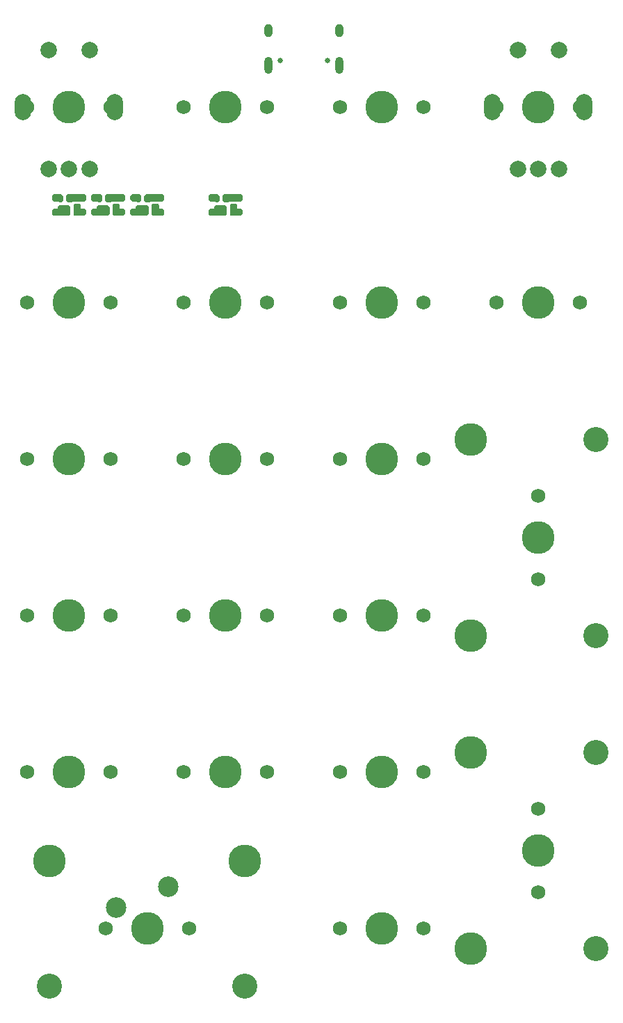
<source format=gbr>
%TF.GenerationSoftware,KiCad,Pcbnew,(5.1.10)-1*%
%TF.CreationDate,2021-08-07T17:21:30+07:00*%
%TF.ProjectId,numbowl,6e756d62-6f77-46c2-9e6b-696361645f70,rev?*%
%TF.SameCoordinates,Original*%
%TF.FileFunction,Soldermask,Top*%
%TF.FilePolarity,Negative*%
%FSLAX46Y46*%
G04 Gerber Fmt 4.6, Leading zero omitted, Abs format (unit mm)*
G04 Created by KiCad (PCBNEW (5.1.10)-1) date 2021-08-07 17:21:30*
%MOMM*%
%LPD*%
G01*
G04 APERTURE LIST*
%ADD10C,3.987800*%
%ADD11C,1.750000*%
%ADD12C,3.048000*%
%ADD13C,2.000000*%
%ADD14O,2.000000X3.200000*%
%ADD15C,2.500000*%
%ADD16O,1.000000X1.600000*%
%ADD17O,1.000000X2.100000*%
%ADD18C,0.650000*%
G04 APERTURE END LIST*
D10*
%TO.C,MX13*%
X247650000Y-104775000D03*
D11*
X247650000Y-99695000D03*
X247650000Y-109855000D03*
D12*
X254635000Y-92868750D03*
X254635000Y-116681250D03*
D10*
X239395000Y-92868750D03*
X239395000Y-116681250D03*
%TD*%
D13*
%TO.C,SW3*%
X245150000Y-59887510D03*
X247650000Y-59887510D03*
X250150000Y-59887510D03*
D14*
X242050000Y-52387510D03*
X253250000Y-52387510D03*
D13*
X245150000Y-45387510D03*
X250150000Y-45387510D03*
%TD*%
D11*
%TO.C,MX27*%
X233680192Y-52387546D03*
X223520192Y-52387546D03*
D10*
X228600192Y-52387546D03*
%TD*%
D11*
%TO.C,MX26*%
X214630176Y-52387546D03*
X204470176Y-52387546D03*
D10*
X209550176Y-52387546D03*
%TD*%
D15*
%TO.C,MX25*%
X202565000Y-147320000D03*
D10*
X200025000Y-152400000D03*
D15*
X196215000Y-149860000D03*
D11*
X194945000Y-152400000D03*
X205105000Y-152400000D03*
D12*
X188118750Y-159385000D03*
X211931250Y-159385000D03*
D10*
X188118750Y-144145000D03*
X211931250Y-144145000D03*
%TD*%
D11*
%TO.C,MX20*%
X252730000Y-76200000D03*
X242570000Y-76200000D03*
D10*
X247650000Y-76200000D03*
%TD*%
%TO.C,MX19*%
X247650000Y-142875000D03*
D11*
X247650000Y-137795000D03*
X247650000Y-147955000D03*
D12*
X254635000Y-130968750D03*
X254635000Y-154781250D03*
D10*
X239395000Y-130968750D03*
X239395000Y-154781250D03*
%TD*%
D11*
%TO.C,MX18*%
X233680000Y-152400000D03*
X223520000Y-152400000D03*
D10*
X228600000Y-152400000D03*
%TD*%
D11*
%TO.C,MX17*%
X233680000Y-133350000D03*
X223520000Y-133350000D03*
D10*
X228600000Y-133350000D03*
%TD*%
D11*
%TO.C,MX16*%
X233680000Y-114300000D03*
X223520000Y-114300000D03*
D10*
X228600000Y-114300000D03*
%TD*%
D11*
%TO.C,MX15*%
X233680000Y-95250000D03*
X223520000Y-95250000D03*
D10*
X228600000Y-95250000D03*
%TD*%
D11*
%TO.C,MX14*%
X233680000Y-76200000D03*
X223520000Y-76200000D03*
D10*
X228600000Y-76200000D03*
%TD*%
D11*
%TO.C,MX11*%
X214630000Y-133350000D03*
X204470000Y-133350000D03*
D10*
X209550000Y-133350000D03*
%TD*%
D11*
%TO.C,MX10*%
X214630000Y-114300000D03*
X204470000Y-114300000D03*
D10*
X209550000Y-114300000D03*
%TD*%
D11*
%TO.C,MX9*%
X214630000Y-95250000D03*
X204470000Y-95250000D03*
D10*
X209550000Y-95250000D03*
%TD*%
D11*
%TO.C,MX8*%
X214630000Y-76200000D03*
X204470000Y-76200000D03*
D10*
X209550000Y-76200000D03*
%TD*%
D11*
%TO.C,MX7*%
X252730000Y-52387510D03*
X242570000Y-52387510D03*
D10*
X247650000Y-52387510D03*
%TD*%
D11*
%TO.C,MX5*%
X195580000Y-133350000D03*
X185420000Y-133350000D03*
D10*
X190500000Y-133350000D03*
%TD*%
D11*
%TO.C,MX4*%
X195580000Y-114300000D03*
X185420000Y-114300000D03*
D10*
X190500000Y-114300000D03*
%TD*%
D11*
%TO.C,MX3*%
X195580000Y-95250000D03*
X185420000Y-95250000D03*
D10*
X190500000Y-95250000D03*
%TD*%
D11*
%TO.C,MX2*%
X195580000Y-76200000D03*
X185420000Y-76200000D03*
D10*
X190500000Y-76200000D03*
%TD*%
D11*
%TO.C,MX1*%
X195580000Y-52387510D03*
X185420000Y-52387510D03*
D10*
X190500000Y-52387510D03*
%TD*%
%TO.C,F-RGB5*%
G36*
G01*
X211620880Y-64933170D02*
X211620880Y-65404870D01*
G75*
G02*
X211411730Y-65614020I-209150J0D01*
G01*
X210790030Y-65614020D01*
G75*
G02*
X210580880Y-65404870I0J209150D01*
G01*
X210580880Y-64933170D01*
G75*
G02*
X210790030Y-64724020I209150J0D01*
G01*
X211411730Y-64724020D01*
G75*
G02*
X211620880Y-64933170I0J-209150D01*
G01*
G37*
G36*
G01*
X211620880Y-63183170D02*
X211620880Y-63654870D01*
G75*
G02*
X211411730Y-63864020I-209150J0D01*
G01*
X210790030Y-63864020D01*
G75*
G02*
X210580880Y-63654870I0J209150D01*
G01*
X210580880Y-63183170D01*
G75*
G02*
X210790030Y-62974020I209150J0D01*
G01*
X211411730Y-62974020D01*
G75*
G02*
X211620880Y-63183170I0J-209150D01*
G01*
G37*
G36*
G01*
X208520880Y-63183170D02*
X208520880Y-63654870D01*
G75*
G02*
X208311730Y-63864020I-209150J0D01*
G01*
X207690030Y-63864020D01*
G75*
G02*
X207480880Y-63654870I0J209150D01*
G01*
X207480880Y-63183170D01*
G75*
G02*
X207690030Y-62974020I209150J0D01*
G01*
X208311730Y-62974020D01*
G75*
G02*
X208520880Y-63183170I0J-209150D01*
G01*
G37*
G36*
G01*
X208520880Y-64933170D02*
X208520880Y-65404870D01*
G75*
G02*
X208311730Y-65614020I-209150J0D01*
G01*
X207690030Y-65614020D01*
G75*
G02*
X207480880Y-65404870I0J209150D01*
G01*
X207480880Y-64933170D01*
G75*
G02*
X207690030Y-64724020I209150J0D01*
G01*
X208311730Y-64724020D01*
G75*
G02*
X208520880Y-64933170I0J-209150D01*
G01*
G37*
G36*
G01*
X210970880Y-64346520D02*
X210970880Y-65391520D01*
G75*
G02*
X210748380Y-65614020I-222500J0D01*
G01*
X210303380Y-65614020D01*
G75*
G02*
X210080880Y-65391520I0J222500D01*
G01*
X210080880Y-64346520D01*
G75*
G02*
X210303380Y-64124020I222500J0D01*
G01*
X210748380Y-64124020D01*
G75*
G02*
X210970880Y-64346520I0J-222500D01*
G01*
G37*
G36*
G01*
X211120880Y-62994020D02*
X211120880Y-63844020D01*
G75*
G02*
X211100880Y-63864020I-20000J0D01*
G01*
X209500880Y-63864020D01*
G75*
G02*
X209480880Y-63844020I0J20000D01*
G01*
X209480880Y-62994020D01*
G75*
G02*
X209500880Y-62974020I20000J0D01*
G01*
X211100880Y-62974020D01*
G75*
G02*
X211120880Y-62994020I0J-20000D01*
G01*
G37*
G36*
G01*
X208815880Y-63185850D02*
X208815880Y-63752190D01*
G75*
G02*
X208604050Y-63964020I-211830J0D01*
G01*
X208337710Y-63964020D01*
G75*
G02*
X208125880Y-63752190I0J211830D01*
G01*
X208125880Y-63185850D01*
G75*
G02*
X208337710Y-62974020I211830J0D01*
G01*
X208604050Y-62974020D01*
G75*
G02*
X208815880Y-63185850I0J-211830D01*
G01*
G37*
G36*
G01*
X209720880Y-64535420D02*
X209720880Y-65412620D01*
G75*
G02*
X209514480Y-65619020I-206400J0D01*
G01*
X208337280Y-65619020D01*
G75*
G02*
X208130880Y-65412620I0J206400D01*
G01*
X208130880Y-64535420D01*
G75*
G02*
X208337280Y-64329020I206400J0D01*
G01*
X209514480Y-64329020D01*
G75*
G02*
X209720880Y-64535420I0J-206400D01*
G01*
G37*
G36*
G01*
X210083380Y-63189045D02*
X210083380Y-63748995D01*
G75*
G02*
X209868355Y-63964020I-215025J0D01*
G01*
X209383405Y-63964020D01*
G75*
G02*
X209168380Y-63748995I0J215025D01*
G01*
X209168380Y-63189045D01*
G75*
G02*
X209383405Y-62974020I215025J0D01*
G01*
X209868355Y-62974020D01*
G75*
G02*
X210083380Y-63189045I0J-215025D01*
G01*
G37*
%TD*%
%TO.C,F-RGB3*%
G36*
G01*
X202095840Y-64933170D02*
X202095840Y-65404870D01*
G75*
G02*
X201886690Y-65614020I-209150J0D01*
G01*
X201264990Y-65614020D01*
G75*
G02*
X201055840Y-65404870I0J209150D01*
G01*
X201055840Y-64933170D01*
G75*
G02*
X201264990Y-64724020I209150J0D01*
G01*
X201886690Y-64724020D01*
G75*
G02*
X202095840Y-64933170I0J-209150D01*
G01*
G37*
G36*
G01*
X202095840Y-63183170D02*
X202095840Y-63654870D01*
G75*
G02*
X201886690Y-63864020I-209150J0D01*
G01*
X201264990Y-63864020D01*
G75*
G02*
X201055840Y-63654870I0J209150D01*
G01*
X201055840Y-63183170D01*
G75*
G02*
X201264990Y-62974020I209150J0D01*
G01*
X201886690Y-62974020D01*
G75*
G02*
X202095840Y-63183170I0J-209150D01*
G01*
G37*
G36*
G01*
X198995840Y-63183170D02*
X198995840Y-63654870D01*
G75*
G02*
X198786690Y-63864020I-209150J0D01*
G01*
X198164990Y-63864020D01*
G75*
G02*
X197955840Y-63654870I0J209150D01*
G01*
X197955840Y-63183170D01*
G75*
G02*
X198164990Y-62974020I209150J0D01*
G01*
X198786690Y-62974020D01*
G75*
G02*
X198995840Y-63183170I0J-209150D01*
G01*
G37*
G36*
G01*
X198995840Y-64933170D02*
X198995840Y-65404870D01*
G75*
G02*
X198786690Y-65614020I-209150J0D01*
G01*
X198164990Y-65614020D01*
G75*
G02*
X197955840Y-65404870I0J209150D01*
G01*
X197955840Y-64933170D01*
G75*
G02*
X198164990Y-64724020I209150J0D01*
G01*
X198786690Y-64724020D01*
G75*
G02*
X198995840Y-64933170I0J-209150D01*
G01*
G37*
G36*
G01*
X201445840Y-64346520D02*
X201445840Y-65391520D01*
G75*
G02*
X201223340Y-65614020I-222500J0D01*
G01*
X200778340Y-65614020D01*
G75*
G02*
X200555840Y-65391520I0J222500D01*
G01*
X200555840Y-64346520D01*
G75*
G02*
X200778340Y-64124020I222500J0D01*
G01*
X201223340Y-64124020D01*
G75*
G02*
X201445840Y-64346520I0J-222500D01*
G01*
G37*
G36*
G01*
X201595840Y-62994020D02*
X201595840Y-63844020D01*
G75*
G02*
X201575840Y-63864020I-20000J0D01*
G01*
X199975840Y-63864020D01*
G75*
G02*
X199955840Y-63844020I0J20000D01*
G01*
X199955840Y-62994020D01*
G75*
G02*
X199975840Y-62974020I20000J0D01*
G01*
X201575840Y-62974020D01*
G75*
G02*
X201595840Y-62994020I0J-20000D01*
G01*
G37*
G36*
G01*
X199290840Y-63185850D02*
X199290840Y-63752190D01*
G75*
G02*
X199079010Y-63964020I-211830J0D01*
G01*
X198812670Y-63964020D01*
G75*
G02*
X198600840Y-63752190I0J211830D01*
G01*
X198600840Y-63185850D01*
G75*
G02*
X198812670Y-62974020I211830J0D01*
G01*
X199079010Y-62974020D01*
G75*
G02*
X199290840Y-63185850I0J-211830D01*
G01*
G37*
G36*
G01*
X200195840Y-64535420D02*
X200195840Y-65412620D01*
G75*
G02*
X199989440Y-65619020I-206400J0D01*
G01*
X198812240Y-65619020D01*
G75*
G02*
X198605840Y-65412620I0J206400D01*
G01*
X198605840Y-64535420D01*
G75*
G02*
X198812240Y-64329020I206400J0D01*
G01*
X199989440Y-64329020D01*
G75*
G02*
X200195840Y-64535420I0J-206400D01*
G01*
G37*
G36*
G01*
X200558340Y-63189045D02*
X200558340Y-63748995D01*
G75*
G02*
X200343315Y-63964020I-215025J0D01*
G01*
X199858365Y-63964020D01*
G75*
G02*
X199643340Y-63748995I0J215025D01*
G01*
X199643340Y-63189045D01*
G75*
G02*
X199858365Y-62974020I215025J0D01*
G01*
X200343315Y-62974020D01*
G75*
G02*
X200558340Y-63189045I0J-215025D01*
G01*
G37*
%TD*%
%TO.C,F-RGB2*%
G36*
G01*
X197333320Y-64933170D02*
X197333320Y-65404870D01*
G75*
G02*
X197124170Y-65614020I-209150J0D01*
G01*
X196502470Y-65614020D01*
G75*
G02*
X196293320Y-65404870I0J209150D01*
G01*
X196293320Y-64933170D01*
G75*
G02*
X196502470Y-64724020I209150J0D01*
G01*
X197124170Y-64724020D01*
G75*
G02*
X197333320Y-64933170I0J-209150D01*
G01*
G37*
G36*
G01*
X197333320Y-63183170D02*
X197333320Y-63654870D01*
G75*
G02*
X197124170Y-63864020I-209150J0D01*
G01*
X196502470Y-63864020D01*
G75*
G02*
X196293320Y-63654870I0J209150D01*
G01*
X196293320Y-63183170D01*
G75*
G02*
X196502470Y-62974020I209150J0D01*
G01*
X197124170Y-62974020D01*
G75*
G02*
X197333320Y-63183170I0J-209150D01*
G01*
G37*
G36*
G01*
X194233320Y-63183170D02*
X194233320Y-63654870D01*
G75*
G02*
X194024170Y-63864020I-209150J0D01*
G01*
X193402470Y-63864020D01*
G75*
G02*
X193193320Y-63654870I0J209150D01*
G01*
X193193320Y-63183170D01*
G75*
G02*
X193402470Y-62974020I209150J0D01*
G01*
X194024170Y-62974020D01*
G75*
G02*
X194233320Y-63183170I0J-209150D01*
G01*
G37*
G36*
G01*
X194233320Y-64933170D02*
X194233320Y-65404870D01*
G75*
G02*
X194024170Y-65614020I-209150J0D01*
G01*
X193402470Y-65614020D01*
G75*
G02*
X193193320Y-65404870I0J209150D01*
G01*
X193193320Y-64933170D01*
G75*
G02*
X193402470Y-64724020I209150J0D01*
G01*
X194024170Y-64724020D01*
G75*
G02*
X194233320Y-64933170I0J-209150D01*
G01*
G37*
G36*
G01*
X196683320Y-64346520D02*
X196683320Y-65391520D01*
G75*
G02*
X196460820Y-65614020I-222500J0D01*
G01*
X196015820Y-65614020D01*
G75*
G02*
X195793320Y-65391520I0J222500D01*
G01*
X195793320Y-64346520D01*
G75*
G02*
X196015820Y-64124020I222500J0D01*
G01*
X196460820Y-64124020D01*
G75*
G02*
X196683320Y-64346520I0J-222500D01*
G01*
G37*
G36*
G01*
X196833320Y-62994020D02*
X196833320Y-63844020D01*
G75*
G02*
X196813320Y-63864020I-20000J0D01*
G01*
X195213320Y-63864020D01*
G75*
G02*
X195193320Y-63844020I0J20000D01*
G01*
X195193320Y-62994020D01*
G75*
G02*
X195213320Y-62974020I20000J0D01*
G01*
X196813320Y-62974020D01*
G75*
G02*
X196833320Y-62994020I0J-20000D01*
G01*
G37*
G36*
G01*
X194528320Y-63185850D02*
X194528320Y-63752190D01*
G75*
G02*
X194316490Y-63964020I-211830J0D01*
G01*
X194050150Y-63964020D01*
G75*
G02*
X193838320Y-63752190I0J211830D01*
G01*
X193838320Y-63185850D01*
G75*
G02*
X194050150Y-62974020I211830J0D01*
G01*
X194316490Y-62974020D01*
G75*
G02*
X194528320Y-63185850I0J-211830D01*
G01*
G37*
G36*
G01*
X195433320Y-64535420D02*
X195433320Y-65412620D01*
G75*
G02*
X195226920Y-65619020I-206400J0D01*
G01*
X194049720Y-65619020D01*
G75*
G02*
X193843320Y-65412620I0J206400D01*
G01*
X193843320Y-64535420D01*
G75*
G02*
X194049720Y-64329020I206400J0D01*
G01*
X195226920Y-64329020D01*
G75*
G02*
X195433320Y-64535420I0J-206400D01*
G01*
G37*
G36*
G01*
X195795820Y-63189045D02*
X195795820Y-63748995D01*
G75*
G02*
X195580795Y-63964020I-215025J0D01*
G01*
X195095845Y-63964020D01*
G75*
G02*
X194880820Y-63748995I0J215025D01*
G01*
X194880820Y-63189045D01*
G75*
G02*
X195095845Y-62974020I215025J0D01*
G01*
X195580795Y-62974020D01*
G75*
G02*
X195795820Y-63189045I0J-215025D01*
G01*
G37*
%TD*%
%TO.C,F-RGB1*%
G36*
G01*
X192570800Y-64933170D02*
X192570800Y-65404870D01*
G75*
G02*
X192361650Y-65614020I-209150J0D01*
G01*
X191739950Y-65614020D01*
G75*
G02*
X191530800Y-65404870I0J209150D01*
G01*
X191530800Y-64933170D01*
G75*
G02*
X191739950Y-64724020I209150J0D01*
G01*
X192361650Y-64724020D01*
G75*
G02*
X192570800Y-64933170I0J-209150D01*
G01*
G37*
G36*
G01*
X192570800Y-63183170D02*
X192570800Y-63654870D01*
G75*
G02*
X192361650Y-63864020I-209150J0D01*
G01*
X191739950Y-63864020D01*
G75*
G02*
X191530800Y-63654870I0J209150D01*
G01*
X191530800Y-63183170D01*
G75*
G02*
X191739950Y-62974020I209150J0D01*
G01*
X192361650Y-62974020D01*
G75*
G02*
X192570800Y-63183170I0J-209150D01*
G01*
G37*
G36*
G01*
X189470800Y-63183170D02*
X189470800Y-63654870D01*
G75*
G02*
X189261650Y-63864020I-209150J0D01*
G01*
X188639950Y-63864020D01*
G75*
G02*
X188430800Y-63654870I0J209150D01*
G01*
X188430800Y-63183170D01*
G75*
G02*
X188639950Y-62974020I209150J0D01*
G01*
X189261650Y-62974020D01*
G75*
G02*
X189470800Y-63183170I0J-209150D01*
G01*
G37*
G36*
G01*
X189470800Y-64933170D02*
X189470800Y-65404870D01*
G75*
G02*
X189261650Y-65614020I-209150J0D01*
G01*
X188639950Y-65614020D01*
G75*
G02*
X188430800Y-65404870I0J209150D01*
G01*
X188430800Y-64933170D01*
G75*
G02*
X188639950Y-64724020I209150J0D01*
G01*
X189261650Y-64724020D01*
G75*
G02*
X189470800Y-64933170I0J-209150D01*
G01*
G37*
G36*
G01*
X191920800Y-64346520D02*
X191920800Y-65391520D01*
G75*
G02*
X191698300Y-65614020I-222500J0D01*
G01*
X191253300Y-65614020D01*
G75*
G02*
X191030800Y-65391520I0J222500D01*
G01*
X191030800Y-64346520D01*
G75*
G02*
X191253300Y-64124020I222500J0D01*
G01*
X191698300Y-64124020D01*
G75*
G02*
X191920800Y-64346520I0J-222500D01*
G01*
G37*
G36*
G01*
X192070800Y-62994020D02*
X192070800Y-63844020D01*
G75*
G02*
X192050800Y-63864020I-20000J0D01*
G01*
X190450800Y-63864020D01*
G75*
G02*
X190430800Y-63844020I0J20000D01*
G01*
X190430800Y-62994020D01*
G75*
G02*
X190450800Y-62974020I20000J0D01*
G01*
X192050800Y-62974020D01*
G75*
G02*
X192070800Y-62994020I0J-20000D01*
G01*
G37*
G36*
G01*
X189765800Y-63185850D02*
X189765800Y-63752190D01*
G75*
G02*
X189553970Y-63964020I-211830J0D01*
G01*
X189287630Y-63964020D01*
G75*
G02*
X189075800Y-63752190I0J211830D01*
G01*
X189075800Y-63185850D01*
G75*
G02*
X189287630Y-62974020I211830J0D01*
G01*
X189553970Y-62974020D01*
G75*
G02*
X189765800Y-63185850I0J-211830D01*
G01*
G37*
G36*
G01*
X190670800Y-64535420D02*
X190670800Y-65412620D01*
G75*
G02*
X190464400Y-65619020I-206400J0D01*
G01*
X189287200Y-65619020D01*
G75*
G02*
X189080800Y-65412620I0J206400D01*
G01*
X189080800Y-64535420D01*
G75*
G02*
X189287200Y-64329020I206400J0D01*
G01*
X190464400Y-64329020D01*
G75*
G02*
X190670800Y-64535420I0J-206400D01*
G01*
G37*
G36*
G01*
X191033300Y-63189045D02*
X191033300Y-63748995D01*
G75*
G02*
X190818275Y-63964020I-215025J0D01*
G01*
X190333325Y-63964020D01*
G75*
G02*
X190118300Y-63748995I0J215025D01*
G01*
X190118300Y-63189045D01*
G75*
G02*
X190333325Y-62974020I215025J0D01*
G01*
X190818275Y-62974020D01*
G75*
G02*
X191033300Y-63189045I0J-215025D01*
G01*
G37*
%TD*%
D13*
%TO.C,SW2*%
X193000000Y-45387510D03*
X188000000Y-45387510D03*
D14*
X196100000Y-52387510D03*
X184900000Y-52387510D03*
D13*
X193000000Y-59887510D03*
X190500000Y-59887510D03*
X188000000Y-59887510D03*
%TD*%
D16*
%TO.C,USB1*%
X223395000Y-43081250D03*
X214755000Y-43081250D03*
D17*
X223395000Y-47261250D03*
X214755000Y-47261250D03*
D18*
X216185000Y-46731250D03*
X221965000Y-46731250D03*
%TD*%
M02*

</source>
